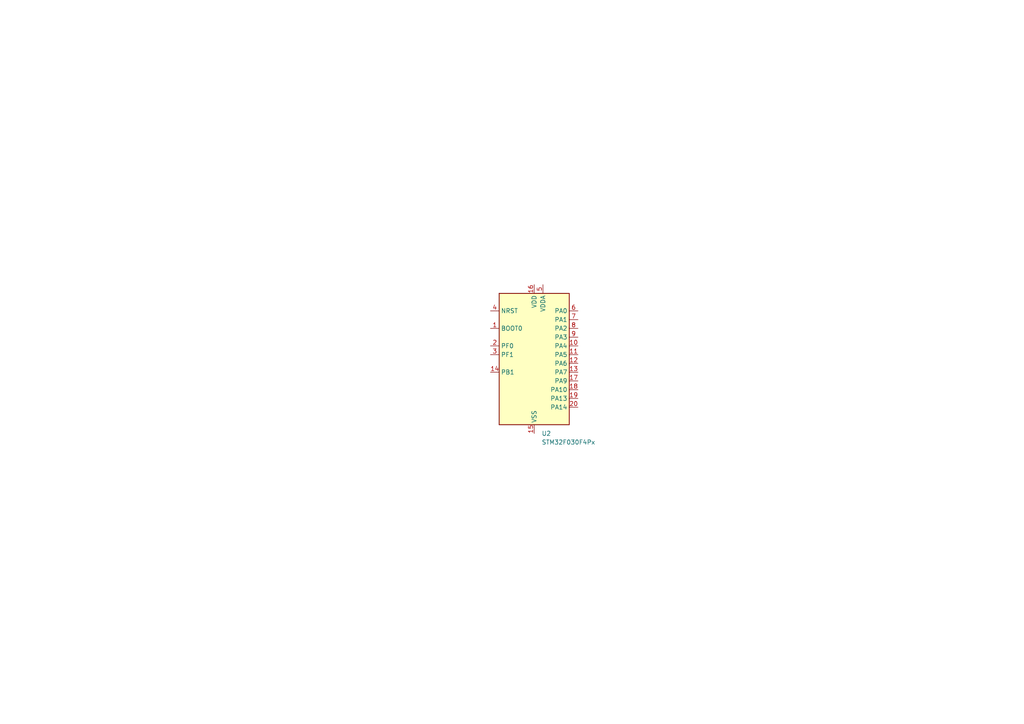
<source format=kicad_sch>
(kicad_sch (version 20250114) (generator "eeschema") (generator_version "9.0")
  (paper "A4")
  (lib_symbols
    (symbol "MCU_ST_STM32F0:STM32F030F4Px"
      (property "Reference" "U" (at -10.16 21.59 0))
      (property "Value" "STM32F030F4Px" (at 5.08 21.59 0))
      (symbol "STM32F030F4Px_0_1"
        (rectangle (start -10.16 -17.78) (end 10.16 20.32) (stroke (width 0.254)) (fill (type background)))
      )
      (symbol "STM32F030F4Px_1_1"
        (pin input line (at -12.7 15.24 0) (length 2.54) (name "NRST") (number "4"))
        (pin input line (at -12.7 10.16 0) (length 2.54) (name "BOOT0") (number "1"))
        (pin bidirectional line (at -12.7 5.08 0) (length 2.54) (name "PF0") (number "2"))
        (pin bidirectional line (at -12.7 2.54 0) (length 2.54) (name "PF1") (number "3"))
        (pin bidirectional line (at -12.7 -2.54 0) (length 2.54) (name "PB1") (number "14"))
        (pin power_in line (at 0 22.86 270) (length 2.54) (name "VDD") (number "16"))
        (pin power_in line (at 0 -20.32 90) (length 2.54) (name "VSS") (number "15"))
        (pin power_in line (at 2.54 22.86 270) (length 2.54) (name "VDDA") (number "5"))
        (pin bidirectional line (at 12.7 15.24 180) (length 2.54) (name "PA0") (number "6"))
        (pin bidirectional line (at 12.7 12.7 180) (length 2.54) (name "PA1") (number "7"))
        (pin bidirectional line (at 12.7 10.16 180) (length 2.54) (name "PA2") (number "8"))
        (pin bidirectional line (at 12.7 7.62 180) (length 2.54) (name "PA3") (number "9"))
        (pin bidirectional line (at 12.7 5.08 180) (length 2.54) (name "PA4") (number "10"))
        (pin bidirectional line (at 12.7 2.54 180) (length 2.54) (name "PA5") (number "11"))
        (pin bidirectional line (at 12.7 0 180) (length 2.54) (name "PA6") (number "12"))
        (pin bidirectional line (at 12.7 -2.54 180) (length 2.54) (name "PA7") (number "13"))
        (pin bidirectional line (at 12.7 -5.08 180) (length 2.54) (name "PA9") (number "17"))
        (pin bidirectional line (at 12.7 -7.62 180) (length 2.54) (name "PA10") (number "18"))
        (pin bidirectional line (at 12.7 -10.16 180) (length 2.54) (name "PA13") (number "19"))
        (pin bidirectional line (at 12.7 -12.7 180) (length 2.54) (name "PA14") (number "20"))
      )
    )
  )
  (symbol (lib_id "MCU_ST_STM32F0:STM32F030F4Px") (at 154.94 105.41 0) (unit 1)
    (property "Reference" "U2" (at 157.0833 125.73 0) (effects (justify left)))
    (property "Value" "STM32F030F4Px" (at 157.0833 128.27 0) (effects (justify left)))
    (property "Footprint" "Package_SO:TSSOP-20_4.4x6.5mm_P0.65mm" (effects (hide yes)))
    (property "Datasheet" "https://www.st.com/resource/en/datasheet/stm32f030f4.pdf" (effects (hide yes)))
    (property "Description" "STMicroelectronics Arm Cortex-M0 MCU, 16KB flash, 4KB RAM, 48 MHz, 2.4-3.6V, 15 GPIO, TSSOP20" (effects (hide yes)))
  )
)
</source>
